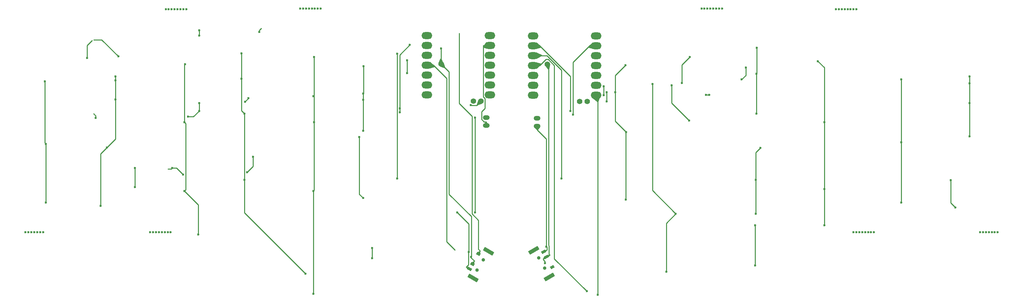
<source format=gbl>
G04 #@! TF.GenerationSoftware,KiCad,Pcbnew,8.0.7*
G04 #@! TF.CreationDate,2025-01-01T00:14:10+01:00*
G04 #@! TF.ProjectId,corne-xiao,636f726e-652d-4786-9961-6f2e6b696361,1.1*
G04 #@! TF.SameCoordinates,Original*
G04 #@! TF.FileFunction,Copper,L2,Bot*
G04 #@! TF.FilePolarity,Positive*
%FSLAX46Y46*%
G04 Gerber Fmt 4.6, Leading zero omitted, Abs format (unit mm)*
G04 Created by KiCad (PCBNEW 8.0.7) date 2025-01-01 00:14:10*
%MOMM*%
%LPD*%
G01*
G04 APERTURE LIST*
G04 Aperture macros list*
%AMRotRect*
0 Rectangle, with rotation*
0 The origin of the aperture is its center*
0 $1 length*
0 $2 width*
0 $3 Rotation angle, in degrees counterclockwise*
0 Add horizontal line*
21,1,$1,$2,0,0,$3*%
G04 Aperture macros list end*
G04 #@! TA.AperFunction,ComponentPad*
%ADD10O,2.750000X1.800000*%
G04 #@! TD*
G04 #@! TA.AperFunction,ComponentPad*
%ADD11C,1.397000*%
G04 #@! TD*
G04 #@! TA.AperFunction,WasherPad*
%ADD12C,0.900000*%
G04 #@! TD*
G04 #@! TA.AperFunction,SMDPad,CuDef*
%ADD13RotRect,0.700000X1.000000X60.000000*%
G04 #@! TD*
G04 #@! TA.AperFunction,SMDPad,CuDef*
%ADD14RotRect,2.800000X1.000000X150.000000*%
G04 #@! TD*
G04 #@! TA.AperFunction,ComponentPad*
%ADD15O,1.750000X1.200000*%
G04 #@! TD*
G04 #@! TA.AperFunction,SMDPad,CuDef*
%ADD16RotRect,0.700000X1.000000X300.000000*%
G04 #@! TD*
G04 #@! TA.AperFunction,SMDPad,CuDef*
%ADD17RotRect,2.800000X1.000000X30.000000*%
G04 #@! TD*
G04 #@! TA.AperFunction,ViaPad*
%ADD18C,0.600000*%
G04 #@! TD*
G04 #@! TA.AperFunction,Conductor*
%ADD19C,0.250000*%
G04 #@! TD*
G04 APERTURE END LIST*
D10*
X127989300Y-32477000D03*
X127989300Y-35017000D03*
X127989300Y-37557000D03*
X127989300Y-40097000D03*
X127989300Y-42637000D03*
X127989300Y-45177000D03*
X127989300Y-47717000D03*
X144179300Y-47717000D03*
X144179300Y-45177000D03*
X144179300Y-42637000D03*
X144179300Y-40097000D03*
X144179300Y-37557000D03*
X144179300Y-35017000D03*
X144179300Y-32477000D03*
D11*
X131639300Y-39780000D03*
X139945100Y-49342600D03*
X141850100Y-49342600D03*
D10*
X155284300Y-32557000D03*
X155284300Y-35097000D03*
X155284300Y-37637000D03*
X155284300Y-40177000D03*
X155284300Y-42717000D03*
X155284300Y-45257000D03*
X155284300Y-47797000D03*
X171474300Y-47797000D03*
X171474300Y-45257000D03*
X171474300Y-42717000D03*
X171474300Y-40177000D03*
X171474300Y-37637000D03*
X171474300Y-35097000D03*
X171474300Y-32557000D03*
D11*
X158934300Y-39860000D03*
X167240100Y-49422600D03*
X169145100Y-49422600D03*
D12*
X142455866Y-90178367D03*
X140912564Y-92751443D03*
D13*
X141228719Y-88603848D03*
X139728719Y-91201924D03*
X138978719Y-92500962D03*
D14*
X139824167Y-94836603D03*
X143799167Y-87951701D03*
D15*
X156260000Y-55740000D03*
X156260000Y-53740000D03*
X143250000Y-53600000D03*
X143250000Y-55600000D03*
D12*
X158194134Y-92271633D03*
X156737436Y-89648557D03*
D16*
X160171281Y-91996152D03*
X158671281Y-89398076D03*
X157921281Y-88099038D03*
D17*
X155475833Y-87663397D03*
X159450833Y-94548299D03*
D18*
X238250000Y-25750000D03*
X237500000Y-25750000D03*
X236750000Y-25750000D03*
X236000000Y-25750000D03*
X235250000Y-25750000D03*
X234500000Y-25750000D03*
X233750000Y-25750000D03*
X233000000Y-25750000D03*
X203750000Y-25500000D03*
X203000000Y-25500000D03*
X202250000Y-25500000D03*
X201500000Y-25500000D03*
X200750000Y-25500000D03*
X200000000Y-25500000D03*
X199250000Y-25500000D03*
X198500000Y-25500000D03*
X100750000Y-25500000D03*
X100000000Y-25500000D03*
X99250000Y-25500000D03*
X98500000Y-25500000D03*
X97750000Y-25500000D03*
X97000000Y-25500000D03*
X96250000Y-25500000D03*
X95500000Y-25500000D03*
X66250000Y-25750000D03*
X65500000Y-25750000D03*
X64750000Y-25750000D03*
X64000000Y-25750000D03*
X63250000Y-25750000D03*
X62500000Y-25750000D03*
X61750000Y-25750000D03*
X61000000Y-25750000D03*
X29500000Y-83000000D03*
X28750000Y-83000000D03*
X28000000Y-83000000D03*
X27250000Y-83000000D03*
X26500000Y-83000000D03*
X25750000Y-83000000D03*
X25000000Y-83000000D03*
X62250000Y-83000000D03*
X61500000Y-83000000D03*
X60750000Y-83000000D03*
X60000000Y-83000000D03*
X59250000Y-83000000D03*
X58500000Y-83000000D03*
X57750000Y-83000000D03*
X57000000Y-83000000D03*
X242750000Y-83000000D03*
X242000000Y-83000000D03*
X241250000Y-83000000D03*
X240500000Y-83000000D03*
X239750000Y-83000000D03*
X239000000Y-83000000D03*
X238250000Y-83000000D03*
X237500000Y-83000000D03*
X274500000Y-83000000D03*
X273750000Y-83000000D03*
X273000000Y-83000000D03*
X272250000Y-83000000D03*
X271500000Y-83000000D03*
X270750000Y-83000000D03*
X270000000Y-83000000D03*
X249780900Y-43770200D03*
X249780900Y-59940000D03*
X249780900Y-75368300D03*
X98915500Y-98897900D03*
X98915500Y-72422600D03*
X99054900Y-54772400D03*
X99054900Y-37950900D03*
X98864000Y-48101500D03*
X81222800Y-69575000D03*
X81222800Y-52574900D03*
X80426500Y-37088400D03*
X96853500Y-93671200D03*
X80426500Y-43580700D03*
X69362100Y-83637600D03*
X65786500Y-72422600D03*
X65786500Y-54772400D03*
X65961000Y-39889400D03*
X29940800Y-44212400D03*
X30226400Y-60314500D03*
X30226400Y-75373300D03*
X158301200Y-90959200D03*
X169058700Y-98189100D03*
X162544300Y-69200000D03*
X164839400Y-51830700D03*
X165489200Y-52813300D03*
X158695400Y-86734300D03*
X120422500Y-69250000D03*
X120422500Y-37122200D03*
X81904100Y-67576700D03*
X83373300Y-63597500D03*
X65445400Y-68226200D03*
X62602100Y-66539200D03*
X53037700Y-66539200D03*
X53037700Y-71454600D03*
X113966200Y-89675100D03*
X113966200Y-87131100D03*
X121049200Y-52250100D03*
X123612300Y-34886100D03*
X121049200Y-51155000D03*
X82213900Y-48609900D03*
X81361700Y-49530500D03*
X69575500Y-51830700D03*
X69575500Y-49804900D03*
X43035500Y-53673300D03*
X66714900Y-53343700D03*
X85025000Y-31552200D03*
X69575500Y-31126300D03*
X69575500Y-32479800D03*
X48804300Y-37796500D03*
X40782500Y-38276100D03*
X209874800Y-40727400D03*
X208795800Y-43772500D03*
X228326400Y-39046700D03*
X230009800Y-54772400D03*
X230009800Y-71945000D03*
X212263100Y-91570000D03*
X212263100Y-81247700D03*
X230009800Y-81247700D03*
X212435800Y-69570000D03*
X212435800Y-78306000D03*
X191881400Y-78306000D03*
X189452200Y-93218400D03*
X212628000Y-42322900D03*
X212628000Y-52529800D03*
X212638500Y-35624900D03*
X213642100Y-61322900D03*
X185883600Y-44928700D03*
X174118400Y-47015800D03*
X174118400Y-49422600D03*
X176338600Y-47072900D03*
X179133900Y-57320000D03*
X179015600Y-40059900D03*
X179019100Y-74606700D03*
X45919900Y-61233700D03*
X48064300Y-43005600D03*
X48064300Y-44026700D03*
X122906700Y-42166000D03*
X122906700Y-38870300D03*
X44290400Y-76267600D03*
X48064300Y-48889000D03*
X262466200Y-69640400D03*
X263628000Y-76654800D03*
X267277600Y-49822900D03*
X267277600Y-43005600D03*
X267277600Y-58368300D03*
X267277600Y-44718300D03*
X200445100Y-47731900D03*
X199629000Y-47731900D03*
X110690500Y-58551200D03*
X111635000Y-74198100D03*
X111635000Y-47341700D03*
X111635000Y-56938100D03*
X111635000Y-49000800D03*
X139249800Y-50366300D03*
X111764500Y-40389700D03*
X138748700Y-88099800D03*
X135792000Y-77966300D03*
X140327100Y-77966300D03*
X140327100Y-53600000D03*
X139344300Y-89399000D03*
X131639300Y-35770600D03*
X173421400Y-45555400D03*
X173421400Y-47797000D03*
X171876500Y-99076100D03*
X190832800Y-45300600D03*
X195326900Y-54333300D03*
X193459100Y-44670600D03*
X195502600Y-38009200D03*
D19*
X249780900Y-59940000D02*
X249780900Y-43770200D01*
X249780900Y-59940000D02*
X249780900Y-75368300D01*
X98915500Y-98897900D02*
X98915500Y-72422600D01*
X99054900Y-72283200D02*
X99054900Y-54772400D01*
X98915500Y-72422600D02*
X99054900Y-72283200D01*
X99054900Y-48101500D02*
X98864000Y-48101500D01*
X99054900Y-54772400D02*
X99054900Y-48101500D01*
X99054900Y-48101500D02*
X99054900Y-37950900D01*
X81222800Y-52574900D02*
X81222800Y-69575000D01*
X81222800Y-78040500D02*
X96853500Y-93671200D01*
X81222800Y-69575000D02*
X81222800Y-78040500D01*
X80426500Y-51778600D02*
X80426500Y-43580700D01*
X81222800Y-52574900D02*
X80426500Y-51778600D01*
X80426500Y-43580700D02*
X80426500Y-37088400D01*
X69362100Y-75998200D02*
X65786500Y-72422600D01*
X69362100Y-83637600D02*
X69362100Y-75998200D01*
X65786500Y-40063900D02*
X65961000Y-39889400D01*
X65786500Y-54772400D02*
X65786500Y-40063900D01*
X66072100Y-55058000D02*
X65786500Y-54772400D01*
X66072100Y-72137000D02*
X66072100Y-55058000D01*
X65786500Y-72422600D02*
X66072100Y-72137000D01*
X29940800Y-60028900D02*
X29940800Y-44212400D01*
X30226400Y-60314500D02*
X29940800Y-60028900D01*
X30226400Y-60314500D02*
X30226400Y-75373300D01*
X158671300Y-89398100D02*
X157798400Y-89902100D01*
X158301200Y-90564400D02*
X158301200Y-90959200D01*
X157903100Y-90166300D02*
X158301200Y-90564400D01*
X157903100Y-90006800D02*
X157903100Y-90166300D01*
X157798400Y-89902100D02*
X157903100Y-90006800D01*
X158671300Y-89398100D02*
X159544200Y-88894100D01*
X159249000Y-40174700D02*
X158934300Y-39860000D01*
X159249000Y-86401600D02*
X159249000Y-40174700D01*
X159322100Y-86474700D02*
X159249000Y-86401600D01*
X159322100Y-88672000D02*
X159322100Y-86474700D01*
X159544200Y-88894100D02*
X159322100Y-88672000D01*
X160724800Y-89855200D02*
X169058700Y-98189100D01*
X160724800Y-40155800D02*
X160724800Y-89855200D01*
X159133600Y-38564600D02*
X160724800Y-40155800D01*
X158598400Y-38564600D02*
X159133600Y-38564600D01*
X156986000Y-40177000D02*
X158598400Y-38564600D01*
X155759300Y-40177000D02*
X156986000Y-40177000D01*
X158844800Y-37637000D02*
X155759300Y-37637000D01*
X162544300Y-41336500D02*
X158844800Y-37637000D01*
X162544300Y-69200000D02*
X162544300Y-41336500D01*
X164839400Y-42950400D02*
X164839400Y-51830700D01*
X156986000Y-35097000D02*
X164839400Y-42950400D01*
X155759300Y-35097000D02*
X156986000Y-35097000D01*
X170999300Y-35097000D02*
X169772600Y-35097000D01*
X165489200Y-39380400D02*
X165489200Y-52813300D01*
X169772600Y-35097000D02*
X165489200Y-39380400D01*
X157921300Y-88099000D02*
X158794200Y-87595000D01*
X156260000Y-55740000D02*
X156260000Y-56666700D01*
X158794300Y-87595100D02*
X158794200Y-87595000D01*
X158794300Y-86833200D02*
X158794300Y-87595100D01*
X158695400Y-86734300D02*
X158794300Y-86833200D01*
X158695400Y-59102100D02*
X158695400Y-86734300D01*
X156260000Y-56666700D02*
X158695400Y-59102100D01*
X142477600Y-48225200D02*
X142477600Y-35017000D01*
X142877800Y-48625400D02*
X142477600Y-48225200D01*
X142877800Y-51223600D02*
X142877800Y-48625400D01*
X142021300Y-52080100D02*
X142877800Y-51223600D01*
X142021300Y-54023800D02*
X142021300Y-52080100D01*
X142670800Y-54673300D02*
X142021300Y-54023800D01*
X143250000Y-54673300D02*
X142670800Y-54673300D01*
X143250000Y-55600000D02*
X143250000Y-54673300D01*
X143704300Y-35017000D02*
X142477600Y-35017000D01*
X83373300Y-66107500D02*
X81904100Y-67576700D01*
X83373300Y-63597500D02*
X83373300Y-66107500D01*
X53037700Y-71454600D02*
X53037700Y-66539200D01*
X120422500Y-37122200D02*
X120422500Y-69250000D01*
X62349700Y-66791700D02*
X62602100Y-66539300D01*
X61512300Y-66791700D02*
X62349700Y-66791700D01*
X63758500Y-66539300D02*
X62602100Y-66539300D01*
X65445400Y-68226200D02*
X63758500Y-66539300D01*
X62602100Y-66539300D02*
X62602100Y-66539200D01*
X133067200Y-43473200D02*
X129691000Y-40097000D01*
X133067200Y-85514700D02*
X133067200Y-43473200D01*
X135166800Y-87614300D02*
X133067200Y-85514700D01*
X128464300Y-40097000D02*
X129691000Y-40097000D01*
X113966200Y-89675100D02*
X113966200Y-87131100D01*
X121049200Y-37449200D02*
X121049200Y-51155000D01*
X123612300Y-34886100D02*
X121049200Y-37449200D01*
X121049200Y-51155000D02*
X121049200Y-52250100D01*
X81361700Y-49462100D02*
X82213900Y-48609900D01*
X81361700Y-49530500D02*
X81361700Y-49462100D01*
X69575500Y-49804900D02*
X69575500Y-51830700D01*
X43035500Y-53103600D02*
X43035500Y-53673300D01*
X42483200Y-52551300D02*
X43035500Y-53103600D01*
X68062500Y-53343700D02*
X66714900Y-53343700D01*
X69575500Y-51830700D02*
X68062500Y-53343700D01*
X85025000Y-31101100D02*
X85025000Y-31552200D01*
X85496800Y-30629300D02*
X85025000Y-31101100D01*
X69575500Y-32479800D02*
X69575500Y-31126300D01*
X44551600Y-33543800D02*
X48804300Y-37796500D01*
X42511700Y-33543800D02*
X44551600Y-33543800D01*
X40782500Y-35029300D02*
X40782500Y-38276100D01*
X42093600Y-33718200D02*
X40782500Y-35029300D01*
X230009800Y-40730100D02*
X228326400Y-39046700D01*
X230009800Y-54772400D02*
X230009800Y-40730100D01*
X230009800Y-54772400D02*
X230009800Y-71945000D01*
X230009800Y-71945000D02*
X230009800Y-81247700D01*
X212263100Y-81247700D02*
X212263100Y-91570000D01*
X209874800Y-42693500D02*
X208795800Y-43772500D01*
X209874800Y-40727400D02*
X209874800Y-42693500D01*
X212435800Y-78306000D02*
X212435800Y-69570000D01*
X212628000Y-52529800D02*
X212628000Y-42322900D01*
X212638500Y-42312400D02*
X212638500Y-35624900D01*
X212628000Y-42322900D02*
X212638500Y-42312400D01*
X212435800Y-62529200D02*
X213642100Y-61322900D01*
X212435800Y-69570000D02*
X212435800Y-62529200D01*
X189452200Y-80735200D02*
X189452200Y-93218400D01*
X191881400Y-78306000D02*
X189452200Y-80735200D01*
X185883600Y-72308200D02*
X185883600Y-44928700D01*
X191881400Y-78306000D02*
X185883600Y-72308200D01*
X176338600Y-42736900D02*
X179015600Y-40059900D01*
X176338600Y-47072900D02*
X176338600Y-42736900D01*
X179133900Y-57320000D02*
X179019100Y-57205200D01*
X179019100Y-57205200D02*
X179019100Y-74606700D01*
X176338600Y-54524700D02*
X176338600Y-47072900D01*
X179019100Y-57205200D02*
X176338600Y-54524700D01*
X174118400Y-49422600D02*
X174118400Y-47015800D01*
X122906700Y-38870300D02*
X122906700Y-42166000D01*
X48064300Y-44026700D02*
X48064300Y-43005600D01*
X44290400Y-62863200D02*
X44290400Y-76267600D01*
X45919900Y-61233700D02*
X44290400Y-62863200D01*
X48064300Y-59089300D02*
X48064300Y-48889000D01*
X45919900Y-61233700D02*
X48064300Y-59089300D01*
X48064300Y-48889000D02*
X48064300Y-44026700D01*
X262466200Y-75493000D02*
X262466200Y-69640400D01*
X263628000Y-76654800D02*
X262466200Y-75493000D01*
X267277600Y-49822900D02*
X267277600Y-58368300D01*
X200445100Y-47731900D02*
X199629000Y-47731900D01*
X267277600Y-49822900D02*
X267277600Y-44718300D01*
X267277600Y-44718300D02*
X267277600Y-43005600D01*
X141228700Y-87376900D02*
X141677800Y-87826000D01*
X141228700Y-79944500D02*
X141228700Y-87376900D01*
X139584500Y-78300300D02*
X141228700Y-79944500D01*
X139584500Y-53201700D02*
X139584500Y-78300300D01*
X136295900Y-49913100D02*
X139584500Y-53201700D01*
X136295900Y-31860000D02*
X136295900Y-49913100D01*
X141228700Y-88603800D02*
X141677800Y-87826000D01*
X110690500Y-73253600D02*
X111635000Y-74198100D01*
X110690500Y-58551200D02*
X110690500Y-73253600D01*
X139315500Y-50432000D02*
X139249800Y-50366300D01*
X140760700Y-50432000D02*
X139315500Y-50432000D01*
X141850100Y-49342600D02*
X140760700Y-50432000D01*
X111635000Y-56938100D02*
X111635000Y-49000800D01*
X111635000Y-49000800D02*
X111635000Y-47341700D01*
X111764500Y-47212200D02*
X111764500Y-40389700D01*
X111635000Y-47341700D02*
X111764500Y-47212200D01*
X138748700Y-80923000D02*
X135792000Y-77966300D01*
X138748700Y-88099800D02*
X138748700Y-80923000D01*
X138689100Y-91413700D02*
X138105800Y-91997000D01*
X138689100Y-88159400D02*
X138689100Y-91413700D01*
X138748700Y-88099800D02*
X138689100Y-88159400D01*
X138978700Y-92501000D02*
X138105800Y-91997000D01*
X140327100Y-53600000D02*
X140327100Y-77966300D01*
X139728700Y-91201900D02*
X140177800Y-90424100D01*
X139344300Y-89590600D02*
X139344300Y-89399000D01*
X140177800Y-90424100D02*
X139344300Y-89590600D01*
X131639300Y-39780000D02*
X131639300Y-35770600D01*
X139425500Y-89317800D02*
X139344300Y-89399000D01*
X139425500Y-79005300D02*
X139425500Y-89317800D01*
X133677900Y-73257700D02*
X139425500Y-79005300D01*
X133677900Y-41818600D02*
X133677900Y-73257700D01*
X131639300Y-39780000D02*
X133677900Y-41818600D01*
X171876500Y-48674200D02*
X171876500Y-99076100D01*
X170999300Y-47797000D02*
X171876500Y-48674200D01*
X193459100Y-40052700D02*
X193459100Y-44670600D01*
X195502600Y-38009200D02*
X193459100Y-40052700D01*
X173421400Y-47797000D02*
X173421400Y-45555400D01*
X190832800Y-49839200D02*
X190832800Y-45300600D01*
X195326900Y-54333300D02*
X190832800Y-49839200D01*
G04 #@! TA.AperFunction,Conductor*
G36*
X158642441Y-89395010D02*
G01*
X158655461Y-89396135D01*
X158663408Y-89400261D01*
X158666111Y-89408799D01*
X158665052Y-89412748D01*
X158416590Y-89944080D01*
X158409982Y-89950123D01*
X158405435Y-89950811D01*
X158004069Y-89931677D01*
X157995968Y-89927860D01*
X157994494Y-89925840D01*
X157875875Y-89720399D01*
X157874707Y-89711523D01*
X157875605Y-89709199D01*
X158059691Y-89351964D01*
X158066524Y-89346181D01*
X158071092Y-89345668D01*
X158642441Y-89395010D01*
G37*
G04 #@! TD.AperFunction*
G04 #@! TA.AperFunction,Conductor*
G36*
X159338523Y-88864527D02*
G01*
X159346624Y-88868345D01*
X159348097Y-88870364D01*
X159466714Y-89075802D01*
X159467883Y-89084680D01*
X159466982Y-89087012D01*
X159282887Y-89444212D01*
X159276051Y-89449996D01*
X159271480Y-89450509D01*
X158687100Y-89400017D01*
X158679152Y-89395890D01*
X158676450Y-89387353D01*
X158677507Y-89383408D01*
X158925973Y-88852075D01*
X158932581Y-88846033D01*
X158937127Y-88845345D01*
X159338523Y-88864527D01*
G37*
G04 #@! TD.AperFunction*
G04 #@! TA.AperFunction,Conductor*
G36*
X159618588Y-39859979D02*
G01*
X159626855Y-39863418D01*
X159630270Y-39871696D01*
X159630049Y-39873943D01*
X159375861Y-41162725D01*
X159370898Y-41170179D01*
X159364382Y-41172161D01*
X159129471Y-41172161D01*
X159121198Y-41168734D01*
X159120492Y-41167962D01*
X158447238Y-40362115D01*
X158444564Y-40353569D01*
X158447934Y-40346350D01*
X158930867Y-39862439D01*
X158939131Y-39859006D01*
X159618588Y-39859979D01*
G37*
G04 #@! TD.AperFunction*
G04 #@! TA.AperFunction,Conductor*
G36*
X155947150Y-39297923D02*
G01*
X157287915Y-39694612D01*
X157292869Y-39697558D01*
X157458684Y-39863373D01*
X157462111Y-39871646D01*
X157458684Y-39879919D01*
X157458098Y-39880466D01*
X156269328Y-40916593D01*
X156260840Y-40919446D01*
X156252821Y-40915460D01*
X156251920Y-40914284D01*
X155761296Y-40181743D01*
X155759539Y-40172964D01*
X155932374Y-39306853D01*
X155937353Y-39299414D01*
X155946137Y-39297672D01*
X155947150Y-39297923D01*
G37*
G04 #@! TD.AperFunction*
G04 #@! TA.AperFunction,Conductor*
G36*
X156268478Y-36893130D02*
G01*
X157535421Y-37508799D01*
X157541364Y-37515497D01*
X157542007Y-37519322D01*
X157542007Y-37754677D01*
X157538580Y-37762950D01*
X157535421Y-37765200D01*
X156268479Y-38380868D01*
X156259540Y-38381402D01*
X156253643Y-38376854D01*
X156195304Y-38289719D01*
X155762656Y-37643507D01*
X155760902Y-37634728D01*
X155762655Y-37630494D01*
X156253643Y-36897144D01*
X156261093Y-36892177D01*
X156268478Y-36893130D01*
G37*
G04 #@! TD.AperFunction*
G04 #@! TA.AperFunction,Conductor*
G36*
X156268152Y-34356505D02*
G01*
X156269327Y-34357405D01*
X157458098Y-35393534D01*
X157462084Y-35401552D01*
X157459231Y-35410040D01*
X157458684Y-35410626D01*
X157292869Y-35576441D01*
X157287915Y-35579387D01*
X155947166Y-35976072D01*
X155938261Y-35975133D01*
X155932628Y-35968172D01*
X155932377Y-35967159D01*
X155759543Y-35101055D01*
X155761285Y-35092273D01*
X156251920Y-34359714D01*
X156259371Y-34354748D01*
X156268152Y-34356505D01*
G37*
G04 #@! TD.AperFunction*
G04 #@! TA.AperFunction,Conductor*
G36*
X170505778Y-34358539D02*
G01*
X170506679Y-34359715D01*
X170997303Y-35092256D01*
X170999060Y-35101037D01*
X170999056Y-35101057D01*
X170826226Y-35967143D01*
X170821246Y-35974585D01*
X170812462Y-35976327D01*
X170811433Y-35976072D01*
X169470684Y-35579387D01*
X169465730Y-35576441D01*
X169299915Y-35410626D01*
X169296488Y-35402353D01*
X169299915Y-35394080D01*
X169300472Y-35393559D01*
X170489272Y-34357405D01*
X170497759Y-34354553D01*
X170505778Y-34358539D01*
G37*
G04 #@! TD.AperFunction*
G04 #@! TA.AperFunction,Conductor*
G36*
X158588497Y-87565442D02*
G01*
X158596597Y-87569259D01*
X158598071Y-87571279D01*
X158716689Y-87776718D01*
X158717858Y-87785596D01*
X158716957Y-87787927D01*
X158532873Y-88145150D01*
X158526037Y-88150935D01*
X158521466Y-88151448D01*
X157937100Y-88100979D01*
X157929153Y-88096853D01*
X157926450Y-88088315D01*
X157927508Y-88084369D01*
X158175972Y-87553031D01*
X158182579Y-87546990D01*
X158187123Y-87546302D01*
X158588497Y-87565442D01*
G37*
G04 #@! TD.AperFunction*
G04 #@! TA.AperFunction,Conductor*
G36*
X156267349Y-55744320D02*
G01*
X156931756Y-56158926D01*
X156936961Y-56166213D01*
X156935488Y-56175046D01*
X156935326Y-56175299D01*
X156542291Y-56770576D01*
X156540800Y-56772402D01*
X156373462Y-56939740D01*
X156365189Y-56943167D01*
X156356916Y-56939740D01*
X156356602Y-56939414D01*
X155750907Y-56284982D01*
X155747803Y-56276583D01*
X155751051Y-56268934D01*
X156252718Y-55746144D01*
X156260916Y-55742549D01*
X156267349Y-55744320D01*
G37*
G04 #@! TD.AperFunction*
G04 #@! TA.AperFunction,Conductor*
G36*
X142994909Y-54560495D02*
G01*
X143344746Y-54794793D01*
X143700280Y-55032908D01*
X143705247Y-55040359D01*
X143703490Y-55049140D01*
X143702809Y-55050056D01*
X143256953Y-55592753D01*
X143249054Y-55596970D01*
X143242632Y-55595766D01*
X142530045Y-55235282D01*
X142524209Y-55228490D01*
X142524886Y-55219561D01*
X142527355Y-55216277D01*
X142976700Y-54798300D01*
X142976700Y-54570217D01*
X142980127Y-54561944D01*
X142988400Y-54558517D01*
X142994909Y-54560495D01*
G37*
G04 #@! TD.AperFunction*
G04 #@! TA.AperFunction,Conductor*
G36*
X142965720Y-34523517D02*
G01*
X142966407Y-34523942D01*
X143697790Y-35011659D01*
X143702772Y-35019100D01*
X143702775Y-35023673D01*
X143531350Y-35886460D01*
X143526376Y-35893907D01*
X143517594Y-35895656D01*
X143515982Y-35895214D01*
X143512277Y-35893907D01*
X142602600Y-35573007D01*
X142602598Y-35573007D01*
X142372760Y-35573007D01*
X142364487Y-35569580D01*
X142361060Y-35561307D01*
X142362601Y-35555503D01*
X142670856Y-35016000D01*
X142949758Y-34527871D01*
X142956837Y-34522388D01*
X142965720Y-34523517D01*
G37*
G04 #@! TD.AperFunction*
G04 #@! TA.AperFunction,Conductor*
G36*
X128973152Y-39356505D02*
G01*
X128974327Y-39357405D01*
X130163098Y-40393534D01*
X130167084Y-40401552D01*
X130164231Y-40410040D01*
X130163684Y-40410626D01*
X129997869Y-40576441D01*
X129992915Y-40579387D01*
X128652166Y-40976072D01*
X128643261Y-40975133D01*
X128637628Y-40968172D01*
X128637377Y-40967159D01*
X128464543Y-40101055D01*
X128466285Y-40092273D01*
X128956920Y-39359714D01*
X128964371Y-39354748D01*
X128973152Y-39356505D01*
G37*
G04 #@! TD.AperFunction*
G04 #@! TA.AperFunction,Conductor*
G36*
X141475986Y-87938313D02*
G01*
X141681423Y-88056932D01*
X141686874Y-88064036D01*
X141687260Y-88066505D01*
X141706371Y-88466329D01*
X141703343Y-88474757D01*
X141697728Y-88478185D01*
X141239548Y-88601660D01*
X141230669Y-88600504D01*
X141225207Y-88593407D01*
X141225198Y-88593375D01*
X141103027Y-88134833D01*
X141104209Y-88125957D01*
X141108973Y-88121421D01*
X141464776Y-87938044D01*
X141473700Y-87937301D01*
X141475986Y-87938313D01*
G37*
G04 #@! TD.AperFunction*
G04 #@! TA.AperFunction,Conductor*
G36*
X141215962Y-49079914D02*
G01*
X141846310Y-49340037D01*
X141852650Y-49346360D01*
X141852662Y-49346389D01*
X142112770Y-49976700D01*
X142112758Y-49985655D01*
X142106418Y-49991978D01*
X142106008Y-49992138D01*
X140957689Y-50416220D01*
X140948741Y-50415872D01*
X140945363Y-50413518D01*
X140779181Y-50247336D01*
X140775754Y-50239063D01*
X140776478Y-50235014D01*
X141200562Y-49086689D01*
X141206641Y-49080117D01*
X141215589Y-49079769D01*
X141215962Y-49079914D01*
G37*
G04 #@! TD.AperFunction*
G04 #@! TA.AperFunction,Conductor*
G36*
X138721293Y-91951265D02*
G01*
X138724022Y-91954968D01*
X138972490Y-92486290D01*
X138972891Y-92495236D01*
X138966848Y-92501844D01*
X138962899Y-92502903D01*
X138378519Y-92553395D01*
X138369982Y-92550693D01*
X138367112Y-92547098D01*
X138183011Y-92189908D01*
X138182267Y-92180984D01*
X138183276Y-92178703D01*
X138301897Y-91973258D01*
X138309000Y-91967809D01*
X138311467Y-91967423D01*
X138712866Y-91948237D01*
X138721293Y-91951265D01*
G37*
G04 #@! TD.AperFunction*
G04 #@! TA.AperFunction,Conductor*
G36*
X139975996Y-90536395D02*
G01*
X140181433Y-90655014D01*
X140186884Y-90662118D01*
X140187270Y-90664588D01*
X140206376Y-91064408D01*
X140203348Y-91072835D01*
X140197733Y-91076263D01*
X139739548Y-91199736D01*
X139730668Y-91198580D01*
X139725207Y-91191483D01*
X139725198Y-91191451D01*
X139603032Y-90732912D01*
X139604214Y-90724036D01*
X139608977Y-90719500D01*
X139964786Y-90536126D01*
X139973710Y-90535383D01*
X139975996Y-90536395D01*
G37*
G04 #@! TD.AperFunction*
G04 #@! TA.AperFunction,Conductor*
G36*
X131765080Y-38386427D02*
G01*
X131767434Y-38389805D01*
X132279547Y-39501661D01*
X132279895Y-39510609D01*
X132273815Y-39517183D01*
X132273412Y-39517359D01*
X131643792Y-39779132D01*
X131634837Y-39779144D01*
X131634808Y-39779132D01*
X131005187Y-39517359D01*
X130998864Y-39511019D01*
X130998876Y-39502064D01*
X130999040Y-39501687D01*
X131511166Y-38389805D01*
X131517740Y-38383725D01*
X131521793Y-38383000D01*
X131756807Y-38383000D01*
X131765080Y-38386427D01*
G37*
G04 #@! TD.AperFunction*
G04 #@! TA.AperFunction,Conductor*
G36*
X132282355Y-39517341D02*
G01*
X132288678Y-39523681D01*
X132288838Y-39524091D01*
X132712920Y-40672410D01*
X132712572Y-40681358D01*
X132710218Y-40684736D01*
X132544036Y-40850918D01*
X132535763Y-40854345D01*
X132531710Y-40853620D01*
X131383391Y-40429538D01*
X131376817Y-40423458D01*
X131376469Y-40414510D01*
X131376607Y-40414154D01*
X131636738Y-39783787D01*
X131643058Y-39777450D01*
X132273402Y-39517329D01*
X132282355Y-39517341D01*
G37*
G04 #@! TD.AperFunction*
G04 #@! TA.AperFunction,Conductor*
G36*
X171008754Y-47801331D02*
G01*
X172370757Y-48569367D01*
X172376280Y-48576415D01*
X172375985Y-48583614D01*
X172004325Y-49589356D01*
X171998243Y-49595928D01*
X171993350Y-49597000D01*
X171755761Y-49597000D01*
X171748236Y-49594259D01*
X170507309Y-48552060D01*
X170503178Y-48544116D01*
X170505101Y-48536609D01*
X170993276Y-47805027D01*
X171000717Y-47800048D01*
X171008754Y-47801331D01*
G37*
G04 #@! TD.AperFunction*
M02*

</source>
